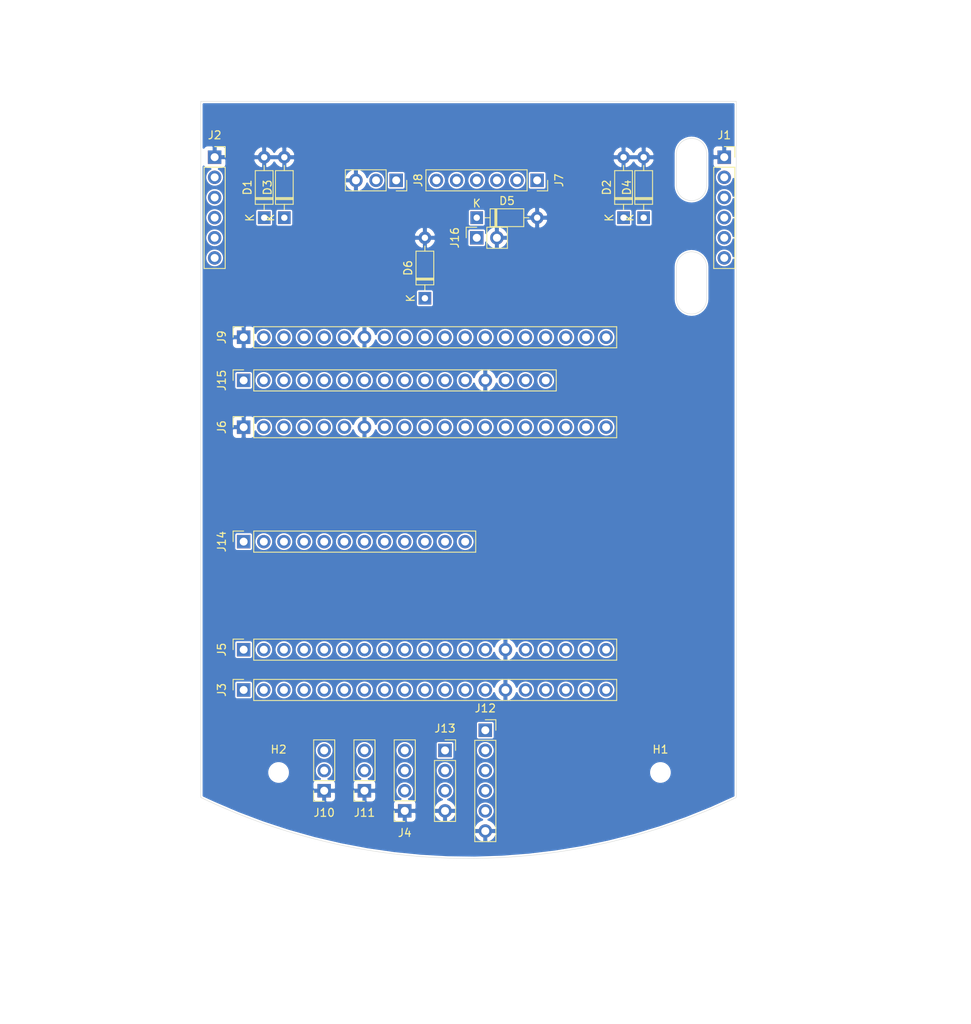
<source format=kicad_pcb>
(kicad_pcb (version 20171130) (host pcbnew "(5.1.2)-2")
  (layers (0 F.Cu signal) (31 B.Cu signal) (34 B.Paste user hide) (35 F.Paste user hide) (36 B.SilkS user hide) (37 F.SilkS user hide) (38 B.Mask user hide) (39 F.Mask user hide) (44 Edge.Cuts user))
  (net 0 "")
  (net 1 GND)
  (net 2 GPIO17)
  (net 3 GPIO19)
  (net 4 GPIO16)
  (net 5 GPIO18)
  (net 6 "Net-(J1-Pad4)")
  (net 7 "Net-(J1-Pad5)")
  (net 8 "Net-(J1-Pad6)")
  (net 9 "Net-(J2-Pad6)")
  (net 10 "Net-(J2-Pad5)")
  (net 11 "Net-(J2-Pad4)")
  (net 12 GPIO36)
  (net 13 GPIO39)
  (net 14 GPIO34)
  (net 15 GPIO35)
  (net 16 GPIO32)
  (net 17 GPIO33)
  (net 18 GPIO25)
  (net 19 GPIO26)
  (net 20 GPIO27)
  (net 21 GPIO14)
  (net 22 GPIO12)
  (net 23 GPIO13)
  (net 24 +5V)
  (net 25 GPIO23)
  (net 26 GPIO22)
  (net 27 GPIO1)
  (net 28 GPIO3)
  (net 29 GPIO21)
  (net 30 GPIO5)
  (net 31 GPIO4)
  (net 32 GPIO2)
  (net 33 GPIO15)
  (net 34 +3V3)
  (net 35 "Net-(J14-Pad11)")
  (net 36 "Net-(J14-Pad12)")
  (net 37 "Net-(J15-Pad14)")
  (net 38 "Net-(J15-Pad16)")
  (net 39 "Net-(J8-Pad2)")
  (net 40 GPIO11)
  (net 41 GPIO10)
  (net 42 GPIO9)
  (net 43 EN)
  (net 44 GPIO0)
  (net 45 GPIO8)
  (net 46 GPIO7)
  (net 47 GPIO6)
  (module Connector_PinSocket_2.54mm:PinSocket_1x06_P2.54mm_Vertical (layer F.Cu) (at 173.905 55.0244)
    (fp_text reference J1 (at 0 -2.77) (layer F.SilkS))
    (fp_text value ROMI-Encoder)
    (fp_line (start -1.33 1.27) (end 1.33 1.27) (layer F.SilkS) (width 0.12))
    (fp_line (start -1.33 1.27) (end -1.33 14.03) (layer F.SilkS) (width 0.12))
    (fp_line (start -1.33 14.03) (end 1.33 14.03) (layer F.SilkS) (width 0.12))
    (fp_line (start 1.33 1.27) (end 1.33 14.03) (layer F.SilkS) (width 0.12))
    (fp_line (start 1.33 -1.33) (end 1.33 0) (layer F.SilkS) (width 0.12))
    (fp_line (start 0 -1.33) (end 1.33 -1.33) (layer F.SilkS) (width 0.12))
    (pad 1 thru_hole rect (at 0 0) (size 1.7 1.7) (drill 1) (layers *.Cu *.Mask) (net 1 GND))
    (pad 2 thru_hole oval (at 0 2.54) (size 1.7 1.7) (drill 1) (layers *.Cu *.Mask) (net 20 GPIO27))
    (pad 3 thru_hole oval (at 0 5.08) (size 1.7 1.7) (drill 1) (layers *.Cu *.Mask) (net 19 GPIO26))
    (pad 4 thru_hole oval (at 0 7.62) (size 1.7 1.7) (drill 1) (layers *.Cu *.Mask) (net 6 "Net-(J1-Pad4)"))
    (pad 5 thru_hole oval (at 0 10.16) (size 1.7 1.7) (drill 1) (layers *.Cu *.Mask) (net 7 "Net-(J1-Pad5)"))
    (pad 6 thru_hole oval (at 0 12.7) (size 1.7 1.7) (drill 1) (layers *.Cu *.Mask) (net 8 "Net-(J1-Pad6)"))
  )
  (module Connector_PinSocket_2.54mm:PinSocket_1x06_P2.54mm_Vertical (layer F.Cu) (at 109.625 55.0244)
    (fp_text reference J2 (at 0 -2.77) (layer F.SilkS))
    (fp_text value ROMI-Encoder)
    (fp_line (start 0 -1.33) (end 1.33 -1.33) (layer F.SilkS) (width 0.12))
    (fp_line (start 1.33 -1.33) (end 1.33 0) (layer F.SilkS) (width 0.12))
    (fp_line (start 1.33 1.27) (end 1.33 14.03) (layer F.SilkS) (width 0.12))
    (fp_line (start -1.33 14.03) (end 1.33 14.03) (layer F.SilkS) (width 0.12))
    (fp_line (start -1.33 1.27) (end -1.33 14.03) (layer F.SilkS) (width 0.12))
    (fp_line (start -1.33 1.27) (end 1.33 1.27) (layer F.SilkS) (width 0.12))
    (pad 6 thru_hole oval (at 0 12.7) (size 1.7 1.7) (drill 1) (layers *.Cu *.Mask) (net 9 "Net-(J2-Pad6)"))
    (pad 5 thru_hole oval (at 0 10.16) (size 1.7 1.7) (drill 1) (layers *.Cu *.Mask) (net 10 "Net-(J2-Pad5)"))
    (pad 4 thru_hole oval (at 0 7.62) (size 1.7 1.7) (drill 1) (layers *.Cu *.Mask) (net 11 "Net-(J2-Pad4)"))
    (pad 3 thru_hole oval (at 0 5.08) (size 1.7 1.7) (drill 1) (layers *.Cu *.Mask) (net 4 GPIO16))
    (pad 2 thru_hole oval (at 0 2.54) (size 1.7 1.7) (drill 1) (layers *.Cu *.Mask) (net 2 GPIO17))
    (pad 1 thru_hole rect (at 0 0) (size 1.7 1.7) (drill 1) (layers *.Cu *.Mask) (net 1 GND))
  )
  (module Connector_PinSocket_2.54mm:PinSocket_1x04_P2.54mm_Vertical (layer F.Cu) (at 133.604 137.414 180)
    (fp_text reference J4 (at 0 -2.77) (layer F.SilkS))
    (fp_text value ServoAnalog)
    (fp_line (start -1.33 1.27) (end 1.33 1.27) (layer F.SilkS) (width 0.12))
    (fp_line (start -1.33 1.27) (end -1.33 8.95) (layer F.SilkS) (width 0.12))
    (fp_line (start -1.33 8.95) (end 1.33 8.95) (layer F.SilkS) (width 0.12))
    (fp_line (start 1.33 1.27) (end 1.33 8.95) (layer F.SilkS) (width 0.12))
    (fp_line (start 1.33 -1.33) (end 1.33 0) (layer F.SilkS) (width 0.12))
    (fp_line (start 0 -1.33) (end 1.33 -1.33) (layer F.SilkS) (width 0.12))
    (pad 1 thru_hole rect (at 0 0 180) (size 1.7 1.7) (drill 1) (layers *.Cu *.Mask) (net 1 GND))
    (pad 2 thru_hole oval (at 0 2.54 180) (size 1.7 1.7) (drill 1) (layers *.Cu *.Mask) (net 24 +5V))
    (pad 3 thru_hole oval (at 0 5.08 180) (size 1.7 1.7) (drill 1) (layers *.Cu *.Mask) (net 17 GPIO33))
    (pad 4 thru_hole oval (at 0 7.62 180) (size 1.7 1.7) (drill 1) (layers *.Cu *.Mask) (net 14 GPIO34))
  )
  (module Connector_PinSocket_2.54mm:PinSocket_1x06_P2.54mm_Vertical (layer F.Cu) (at 150.305 57.9444 270)
    (fp_text reference J7 (at 0 -2.77 90) (layer F.SilkS))
    (fp_text value ROMI)
    (fp_line (start -1.33 1.27) (end 1.33 1.27) (layer F.SilkS) (width 0.12))
    (fp_line (start -1.33 1.27) (end -1.33 14.03) (layer F.SilkS) (width 0.12))
    (fp_line (start -1.33 14.03) (end 1.33 14.03) (layer F.SilkS) (width 0.12))
    (fp_line (start 1.33 1.27) (end 1.33 14.03) (layer F.SilkS) (width 0.12))
    (fp_line (start 1.33 -1.33) (end 1.33 0) (layer F.SilkS) (width 0.12))
    (fp_line (start 0 -1.33) (end 1.33 -1.33) (layer F.SilkS) (width 0.12))
    (pad 1 thru_hole rect (at 0 0 270) (size 1.7 1.7) (drill 1) (layers *.Cu *.Mask) (net 33 GPIO15))
    (pad 2 thru_hole oval (at 0 2.54 270) (size 1.7 1.7) (drill 1) (layers *.Cu *.Mask) (net 18 GPIO25))
    (pad 3 thru_hole oval (at 0 5.08 270) (size 1.7 1.7) (drill 1) (layers *.Cu *.Mask) (net 22 GPIO12))
    (pad 4 thru_hole oval (at 0 7.62 270) (size 1.7 1.7) (drill 1) (layers *.Cu *.Mask) (net 33 GPIO15))
    (pad 5 thru_hole oval (at 0 10.16 270) (size 1.7 1.7) (drill 1) (layers *.Cu *.Mask) (net 31 GPIO4))
    (pad 6 thru_hole oval (at 0 12.7 270) (size 1.7 1.7) (drill 1) (layers *.Cu *.Mask) (net 23 GPIO13))
  )
  (module Connector_PinSocket_2.54mm:PinSocket_1x03_P2.54mm_Vertical (layer F.Cu) (at 132.525 57.9444 270)
    (fp_text reference J8 (at 0 -2.77 90) (layer F.SilkS))
    (fp_text value ROMI)
    (fp_line (start -1.33 1.27) (end 1.33 1.27) (layer F.SilkS) (width 0.12))
    (fp_line (start -1.33 1.27) (end -1.33 6.41) (layer F.SilkS) (width 0.12))
    (fp_line (start -1.33 6.41) (end 1.33 6.41) (layer F.SilkS) (width 0.12))
    (fp_line (start 1.33 1.27) (end 1.33 6.41) (layer F.SilkS) (width 0.12))
    (fp_line (start 1.33 -1.33) (end 1.33 0) (layer F.SilkS) (width 0.12))
    (fp_line (start 0 -1.33) (end 1.33 -1.33) (layer F.SilkS) (width 0.12))
    (pad 1 thru_hole rect (at 0 0 270) (size 1.7 1.7) (drill 1) (layers *.Cu *.Mask) (net 24 +5V))
    (pad 2 thru_hole oval (at 0 2.54 270) (size 1.7 1.7) (drill 1) (layers *.Cu *.Mask) (net 39 "Net-(J8-Pad2)"))
    (pad 3 thru_hole oval (at 0 5.08 270) (size 1.7 1.7) (drill 1) (layers *.Cu *.Mask) (net 1 GND))
  )
  (module Connector_PinSocket_2.54mm:PinSocket_1x03_P2.54mm_Vertical (layer F.Cu) (at 123.444 134.874 180)
    (fp_text reference J10 (at 0 -2.77) (layer F.SilkS))
    (fp_text value LineSensor)
    (fp_line (start 0 -1.33) (end 1.33 -1.33) (layer F.SilkS) (width 0.12))
    (fp_line (start 1.33 -1.33) (end 1.33 0) (layer F.SilkS) (width 0.12))
    (fp_line (start 1.33 1.27) (end 1.33 6.41) (layer F.SilkS) (width 0.12))
    (fp_line (start -1.33 6.41) (end 1.33 6.41) (layer F.SilkS) (width 0.12))
    (fp_line (start -1.33 1.27) (end -1.33 6.41) (layer F.SilkS) (width 0.12))
    (fp_line (start -1.33 1.27) (end 1.33 1.27) (layer F.SilkS) (width 0.12))
    (pad 3 thru_hole oval (at 0 5.08 180) (size 1.7 1.7) (drill 1) (layers *.Cu *.Mask) (net 34 +3V3))
    (pad 2 thru_hole oval (at 0 2.54 180) (size 1.7 1.7) (drill 1) (layers *.Cu *.Mask) (net 12 GPIO36))
    (pad 1 thru_hole rect (at 0 0 180) (size 1.7 1.7) (drill 1) (layers *.Cu *.Mask) (net 1 GND))
  )
  (module Connector_PinSocket_2.54mm:PinSocket_1x03_P2.54mm_Vertical (layer F.Cu) (at 128.524 134.874 180)
    (fp_text reference J11 (at 0 -2.77) (layer F.SilkS))
    (fp_text value LineSensor)
    (fp_line (start -1.33 1.27) (end 1.33 1.27) (layer F.SilkS) (width 0.12))
    (fp_line (start -1.33 1.27) (end -1.33 6.41) (layer F.SilkS) (width 0.12))
    (fp_line (start -1.33 6.41) (end 1.33 6.41) (layer F.SilkS) (width 0.12))
    (fp_line (start 1.33 1.27) (end 1.33 6.41) (layer F.SilkS) (width 0.12))
    (fp_line (start 1.33 -1.33) (end 1.33 0) (layer F.SilkS) (width 0.12))
    (fp_line (start 0 -1.33) (end 1.33 -1.33) (layer F.SilkS) (width 0.12))
    (pad 1 thru_hole rect (at 0 0 180) (size 1.7 1.7) (drill 1) (layers *.Cu *.Mask) (net 1 GND))
    (pad 2 thru_hole oval (at 0 2.54 180) (size 1.7 1.7) (drill 1) (layers *.Cu *.Mask) (net 13 GPIO39))
    (pad 3 thru_hole oval (at 0 5.08 180) (size 1.7 1.7) (drill 1) (layers *.Cu *.Mask) (net 34 +3V3))
  )
  (module Connector_PinSocket_2.54mm:PinSocket_1x04_P2.54mm_Vertical (layer F.Cu) (at 138.684 129.794)
    (fp_text reference J13 (at 0 -2.77) (layer F.SilkS))
    (fp_text value Ultrasonic.)
    (fp_line (start -1.33 1.27) (end 1.33 1.27) (layer F.SilkS) (width 0.12))
    (fp_line (start -1.33 1.27) (end -1.33 8.95) (layer F.SilkS) (width 0.12))
    (fp_line (start -1.33 8.95) (end 1.33 8.95) (layer F.SilkS) (width 0.12))
    (fp_line (start 1.33 1.27) (end 1.33 8.95) (layer F.SilkS) (width 0.12))
    (fp_line (start 1.33 -1.33) (end 1.33 0) (layer F.SilkS) (width 0.12))
    (fp_line (start 0 -1.33) (end 1.33 -1.33) (layer F.SilkS) (width 0.12))
    (pad 1 thru_hole rect (at 0 0) (size 1.7 1.7) (drill 1) (layers *.Cu *.Mask) (net 34 +3V3))
    (pad 2 thru_hole oval (at 0 2.54) (size 1.7 1.7) (drill 1) (layers *.Cu *.Mask) (net 16 GPIO32))
    (pad 3 thru_hole oval (at 0 5.08) (size 1.7 1.7) (drill 1) (layers *.Cu *.Mask) (net 21 GPIO14))
    (pad 4 thru_hole oval (at 0 7.62) (size 1.7 1.7) (drill 1) (layers *.Cu *.Mask) (net 1 GND))
  )
  (module Connector_PinSocket_2.54mm:PinSocket_1x12_P2.54mm_Vertical (layer F.Cu) (at 113.284 103.48 90)
    (fp_text reference J14 (at 0 -2.77 90) (layer F.SilkS))
    (fp_text value THING)
    (fp_line (start -1.33 1.27) (end 1.33 1.27) (layer F.SilkS) (width 0.12))
    (fp_line (start -1.33 1.27) (end -1.33 29.27) (layer F.SilkS) (width 0.12))
    (fp_line (start -1.33 29.27) (end 1.33 29.27) (layer F.SilkS) (width 0.12))
    (fp_line (start 1.33 1.27) (end 1.33 29.27) (layer F.SilkS) (width 0.12))
    (fp_line (start 1.33 -1.33) (end 1.33 0) (layer F.SilkS) (width 0.12))
    (fp_line (start 0 -1.33) (end 1.33 -1.33) (layer F.SilkS) (width 0.12))
    (pad 1 thru_hole rect (at 0 0 90) (size 1.7 1.7) (drill 1) (layers *.Cu *.Mask) (net 25 GPIO23))
    (pad 2 thru_hole oval (at 0 2.54 90) (size 1.7 1.7) (drill 1) (layers *.Cu *.Mask) (net 26 GPIO22))
    (pad 3 thru_hole oval (at 0 5.08 90) (size 1.7 1.7) (drill 1) (layers *.Cu *.Mask) (net 21 GPIO14))
    (pad 4 thru_hole oval (at 0 7.62 90) (size 1.7 1.7) (drill 1) (layers *.Cu *.Mask) (net 16 GPIO32))
    (pad 5 thru_hole oval (at 0 10.16 90) (size 1.7 1.7) (drill 1) (layers *.Cu *.Mask) (net 33 GPIO15))
    (pad 6 thru_hole oval (at 0 12.7 90) (size 1.7 1.7) (drill 1) (layers *.Cu *.Mask) (net 17 GPIO33))
    (pad 7 thru_hole oval (at 0 15.24 90) (size 1.7 1.7) (drill 1) (layers *.Cu *.Mask) (net 20 GPIO27))
    (pad 8 thru_hole oval (at 0 17.78 90) (size 1.7 1.7) (drill 1) (layers *.Cu *.Mask) (net 22 GPIO12))
    (pad 9 thru_hole oval (at 0 20.32 90) (size 1.7 1.7) (drill 1) (layers *.Cu *.Mask) (net 23 GPIO13))
    (pad 10 thru_hole oval (at 0 22.86 90) (size 1.7 1.7) (drill 1) (layers *.Cu *.Mask) (net 24 +5V))
    (pad 11 thru_hole oval (at 0 25.4 90) (size 1.7 1.7) (drill 1) (layers *.Cu *.Mask) (net 35 "Net-(J14-Pad11)"))
    (pad 12 thru_hole oval (at 0 27.94 90) (size 1.7 1.7) (drill 1) (layers *.Cu *.Mask) (net 36 "Net-(J14-Pad12)"))
  )
  (module Connector_PinSocket_2.54mm:PinSocket_1x16_P2.54mm_Vertical (layer F.Cu) (at 113.284 83.1605 90)
    (fp_text reference J15 (at 0 -2.77 90) (layer F.SilkS))
    (fp_text value THING)
    (fp_line (start -1.33 1.27) (end 1.33 1.27) (layer F.SilkS) (width 0.12))
    (fp_line (start -1.33 1.27) (end -1.33 39.43) (layer F.SilkS) (width 0.12))
    (fp_line (start -1.33 39.43) (end 1.33 39.43) (layer F.SilkS) (width 0.12))
    (fp_line (start 1.33 1.27) (end 1.33 39.43) (layer F.SilkS) (width 0.12))
    (fp_line (start 1.33 -1.33) (end 1.33 0) (layer F.SilkS) (width 0.12))
    (fp_line (start 0 -1.33) (end 1.33 -1.33) (layer F.SilkS) (width 0.12))
    (pad 1 thru_hole rect (at 0 0 90) (size 1.7 1.7) (drill 1) (layers *.Cu *.Mask) (net 29 GPIO21))
    (pad 2 thru_hole oval (at 0 2.54 90) (size 1.7 1.7) (drill 1) (layers *.Cu *.Mask) (net 2 GPIO17))
    (pad 3 thru_hole oval (at 0 5.08 90) (size 1.7 1.7) (drill 1) (layers *.Cu *.Mask) (net 4 GPIO16))
    (pad 4 thru_hole oval (at 0 7.62 90) (size 1.7 1.7) (drill 1) (layers *.Cu *.Mask) (net 3 GPIO19))
    (pad 5 thru_hole oval (at 0 10.16 90) (size 1.7 1.7) (drill 1) (layers *.Cu *.Mask) (net 5 GPIO18))
    (pad 6 thru_hole oval (at 0 12.7 90) (size 1.7 1.7) (drill 1) (layers *.Cu *.Mask) (net 30 GPIO5))
    (pad 7 thru_hole oval (at 0 15.24 90) (size 1.7 1.7) (drill 1) (layers *.Cu *.Mask) (net 31 GPIO4))
    (pad 8 thru_hole oval (at 0 17.78 90) (size 1.7 1.7) (drill 1) (layers *.Cu *.Mask) (net 12 GPIO36))
    (pad 9 thru_hole oval (at 0 20.32 90) (size 1.7 1.7) (drill 1) (layers *.Cu *.Mask) (net 13 GPIO39))
    (pad 10 thru_hole oval (at 0 22.86 90) (size 1.7 1.7) (drill 1) (layers *.Cu *.Mask) (net 14 GPIO34))
    (pad 11 thru_hole oval (at 0 25.4 90) (size 1.7 1.7) (drill 1) (layers *.Cu *.Mask) (net 18 GPIO25))
    (pad 12 thru_hole oval (at 0 27.94 90) (size 1.7 1.7) (drill 1) (layers *.Cu *.Mask) (net 19 GPIO26))
    (pad 13 thru_hole oval (at 0 30.48 90) (size 1.7 1.7) (drill 1) (layers *.Cu *.Mask) (net 1 GND))
    (pad 14 thru_hole oval (at 0 33.02 90) (size 1.7 1.7) (drill 1) (layers *.Cu *.Mask) (net 37 "Net-(J15-Pad14)"))
    (pad 15 thru_hole oval (at 0 35.56 90) (size 1.7 1.7) (drill 1) (layers *.Cu *.Mask) (net 34 +3V3))
    (pad 16 thru_hole oval (at 0 38.1 90) (size 1.7 1.7) (drill 1) (layers *.Cu *.Mask) (net 38 "Net-(J15-Pad16)"))
  )
  (module Diode_THT:D_DO-35_SOD27_P7.62mm_Horizontal (layer F.Cu) (at 115.874 62.6544 90)
    (fp_text reference D1 (at 3.81 -2.12 90) (layer F.SilkS))
    (fp_text value D_Zener)
    (fp_text user K (at 0 -1.8 90) (layer F.SilkS))
    (fp_line (start 2.29 -1.12) (end 2.29 1.12) (layer F.SilkS) (width 0.12))
    (fp_line (start 2.53 -1.12) (end 2.53 1.12) (layer F.SilkS) (width 0.12))
    (fp_line (start 2.41 -1.12) (end 2.41 1.12) (layer F.SilkS) (width 0.12))
    (fp_line (start 6.58 0) (end 5.93 0) (layer F.SilkS) (width 0.12))
    (fp_line (start 1.04 0) (end 1.69 0) (layer F.SilkS) (width 0.12))
    (fp_line (start 5.93 -1.12) (end 1.69 -1.12) (layer F.SilkS) (width 0.12))
    (fp_line (start 5.93 1.12) (end 5.93 -1.12) (layer F.SilkS) (width 0.12))
    (fp_line (start 1.69 1.12) (end 5.93 1.12) (layer F.SilkS) (width 0.12))
    (fp_line (start 1.69 -1.12) (end 1.69 1.12) (layer F.SilkS) (width 0.12))
    (pad 2 thru_hole oval (at 7.62 0 90) (size 1.6 1.6) (drill 0.8) (layers *.Cu *.Mask) (net 1 GND))
    (pad 1 thru_hole rect (at 0 0 90) (size 1.6 1.6) (drill 0.8) (layers *.Cu *.Mask) (net 2 GPIO17))
  )
  (module Diode_THT:D_DO-35_SOD27_P7.62mm_Horizontal (layer F.Cu) (at 161.2 62.6544 90)
    (fp_text reference D2 (at 3.81 -2.12 90) (layer F.SilkS))
    (fp_text value D_Zener)
    (fp_text user K (at 0 -1.8 90) (layer F.SilkS))
    (fp_line (start 2.29 -1.12) (end 2.29 1.12) (layer F.SilkS) (width 0.12))
    (fp_line (start 2.53 -1.12) (end 2.53 1.12) (layer F.SilkS) (width 0.12))
    (fp_line (start 2.41 -1.12) (end 2.41 1.12) (layer F.SilkS) (width 0.12))
    (fp_line (start 6.58 0) (end 5.93 0) (layer F.SilkS) (width 0.12))
    (fp_line (start 1.04 0) (end 1.69 0) (layer F.SilkS) (width 0.12))
    (fp_line (start 5.93 -1.12) (end 1.69 -1.12) (layer F.SilkS) (width 0.12))
    (fp_line (start 5.93 1.12) (end 5.93 -1.12) (layer F.SilkS) (width 0.12))
    (fp_line (start 1.69 1.12) (end 5.93 1.12) (layer F.SilkS) (width 0.12))
    (fp_line (start 1.69 -1.12) (end 1.69 1.12) (layer F.SilkS) (width 0.12))
    (pad 2 thru_hole oval (at 7.62 0 90) (size 1.6 1.6) (drill 0.8) (layers *.Cu *.Mask) (net 1 GND))
    (pad 1 thru_hole rect (at 0 0 90) (size 1.6 1.6) (drill 0.8) (layers *.Cu *.Mask) (net 20 GPIO27))
  )
  (module Diode_THT:D_DO-35_SOD27_P7.62mm_Horizontal (layer F.Cu) (at 118.414 62.6544 90)
    (fp_text reference D3 (at 3.81 -2.12 90) (layer F.SilkS))
    (fp_text value D_Zener)
    (fp_line (start 1.69 -1.12) (end 1.69 1.12) (layer F.SilkS) (width 0.12))
    (fp_line (start 1.69 1.12) (end 5.93 1.12) (layer F.SilkS) (width 0.12))
    (fp_line (start 5.93 1.12) (end 5.93 -1.12) (layer F.SilkS) (width 0.12))
    (fp_line (start 5.93 -1.12) (end 1.69 -1.12) (layer F.SilkS) (width 0.12))
    (fp_line (start 1.04 0) (end 1.69 0) (layer F.SilkS) (width 0.12))
    (fp_line (start 6.58 0) (end 5.93 0) (layer F.SilkS) (width 0.12))
    (fp_line (start 2.41 -1.12) (end 2.41 1.12) (layer F.SilkS) (width 0.12))
    (fp_line (start 2.53 -1.12) (end 2.53 1.12) (layer F.SilkS) (width 0.12))
    (fp_line (start 2.29 -1.12) (end 2.29 1.12) (layer F.SilkS) (width 0.12))
    (fp_text user K (at 0 -1.8 90) (layer F.SilkS))
    (pad 1 thru_hole rect (at 0 0 90) (size 1.6 1.6) (drill 0.8) (layers *.Cu *.Mask) (net 4 GPIO16))
    (pad 2 thru_hole oval (at 7.62 0 90) (size 1.6 1.6) (drill 0.8) (layers *.Cu *.Mask) (net 1 GND))
  )
  (module Diode_THT:D_DO-35_SOD27_P7.62mm_Horizontal (layer F.Cu) (at 163.74 62.6544 90)
    (fp_text reference D4 (at 3.81 -2.12 90) (layer F.SilkS))
    (fp_text value D_Zener)
    (fp_line (start 1.69 -1.12) (end 1.69 1.12) (layer F.SilkS) (width 0.12))
    (fp_line (start 1.69 1.12) (end 5.93 1.12) (layer F.SilkS) (width 0.12))
    (fp_line (start 5.93 1.12) (end 5.93 -1.12) (layer F.SilkS) (width 0.12))
    (fp_line (start 5.93 -1.12) (end 1.69 -1.12) (layer F.SilkS) (width 0.12))
    (fp_line (start 1.04 0) (end 1.69 0) (layer F.SilkS) (width 0.12))
    (fp_line (start 6.58 0) (end 5.93 0) (layer F.SilkS) (width 0.12))
    (fp_line (start 2.41 -1.12) (end 2.41 1.12) (layer F.SilkS) (width 0.12))
    (fp_line (start 2.53 -1.12) (end 2.53 1.12) (layer F.SilkS) (width 0.12))
    (fp_line (start 2.29 -1.12) (end 2.29 1.12) (layer F.SilkS) (width 0.12))
    (fp_text user K (at 0 -1.8 90) (layer F.SilkS))
    (pad 1 thru_hole rect (at 0 0 90) (size 1.6 1.6) (drill 0.8) (layers *.Cu *.Mask) (net 19 GPIO26))
    (pad 2 thru_hole oval (at 7.62 0 90) (size 1.6 1.6) (drill 0.8) (layers *.Cu *.Mask) (net 1 GND))
  )
  (module Diode_THT:D_DO-35_SOD27_P7.62mm_Horizontal (layer F.Cu) (at 142.685 62.6544)
    (fp_text reference D5 (at 3.81 -2.12) (layer F.SilkS))
    (fp_text value D_Zener)
    (fp_line (start 1.69 -1.12) (end 1.69 1.12) (layer F.SilkS) (width 0.12))
    (fp_line (start 1.69 1.12) (end 5.93 1.12) (layer F.SilkS) (width 0.12))
    (fp_line (start 5.93 1.12) (end 5.93 -1.12) (layer F.SilkS) (width 0.12))
    (fp_line (start 5.93 -1.12) (end 1.69 -1.12) (layer F.SilkS) (width 0.12))
    (fp_line (start 1.04 0) (end 1.69 0) (layer F.SilkS) (width 0.12))
    (fp_line (start 6.58 0) (end 5.93 0) (layer F.SilkS) (width 0.12))
    (fp_line (start 2.41 -1.12) (end 2.41 1.12) (layer F.SilkS) (width 0.12))
    (fp_line (start 2.53 -1.12) (end 2.53 1.12) (layer F.SilkS) (width 0.12))
    (fp_line (start 2.29 -1.12) (end 2.29 1.12) (layer F.SilkS) (width 0.12))
    (fp_text user K (at 0 -1.8) (layer F.SilkS))
    (pad 1 thru_hole rect (at 0 0) (size 1.6 1.6) (drill 0.8) (layers *.Cu *.Mask) (net 33 GPIO15))
    (pad 2 thru_hole oval (at 7.62 0) (size 1.6 1.6) (drill 0.8) (layers *.Cu *.Mask) (net 1 GND))
  )
  (module Connector_PinSocket_2.54mm:PinSocket_1x06_P2.54mm_Vertical (layer F.Cu) (at 143.764 127.254)
    (fp_text reference J12 (at 0 -2.77) (layer F.SilkS))
    (fp_text value SPI)
    (fp_line (start -1.33 1.27) (end 1.33 1.27) (layer F.SilkS) (width 0.12))
    (fp_line (start -1.33 1.27) (end -1.33 14.03) (layer F.SilkS) (width 0.12))
    (fp_line (start -1.33 14.03) (end 1.33 14.03) (layer F.SilkS) (width 0.12))
    (fp_line (start 1.33 1.27) (end 1.33 14.03) (layer F.SilkS) (width 0.12))
    (fp_line (start 1.33 -1.33) (end 1.33 0) (layer F.SilkS) (width 0.12))
    (fp_line (start 0 -1.33) (end 1.33 -1.33) (layer F.SilkS) (width 0.12))
    (pad 1 thru_hole rect (at 0 0) (size 1.7 1.7) (drill 1) (layers *.Cu *.Mask) (net 34 +3V3))
    (pad 2 thru_hole oval (at 0 2.54) (size 1.7 1.7) (drill 1) (layers *.Cu *.Mask) (net 25 GPIO23))
    (pad 3 thru_hole oval (at 0 5.08) (size 1.7 1.7) (drill 1) (layers *.Cu *.Mask) (net 3 GPIO19))
    (pad 4 thru_hole oval (at 0 7.62) (size 1.7 1.7) (drill 1) (layers *.Cu *.Mask) (net 5 GPIO18))
    (pad 5 thru_hole oval (at 0 10.16) (size 1.7 1.7) (drill 1) (layers *.Cu *.Mask) (net 33 GPIO15))
    (pad 6 thru_hole oval (at 0 12.7) (size 1.7 1.7) (drill 1) (layers *.Cu *.Mask) (net 1 GND))
  )
  (module MountingHole:MountingHole_2.2mm_M2_DIN965 (layer F.Cu) (at 165.855 132.573)
    (fp_text reference H1 (at 0 -2.9) (layer F.SilkS))
    (fp_text value MountingHole)
    (pad 1 np_thru_hole circle (at 0 0) (size 2.2 2.2) (drill 2.2) (layers *.Cu *.Mask))
  )
  (module MountingHole:MountingHole_2.2mm_M2_DIN965 (layer F.Cu) (at 117.692 132.573)
    (fp_text reference H2 (at 0 -2.9) (layer F.SilkS))
    (fp_text value MountingHole)
    (pad 1 np_thru_hole circle (at 0 0) (size 2.2 2.2) (drill 2.2) (layers *.Cu *.Mask))
  )
  (module Connector_PinSocket_2.54mm:PinSocket_1x19_P2.54mm_Vertical (layer F.Cu) (at 113.284 122.174 90)
    (fp_text reference J3 (at 0 -2.77 90) (layer F.SilkS))
    (fp_text value Conn_01x19_Female)
    (fp_line (start 0 -1.33) (end 1.33 -1.33) (layer F.SilkS) (width 0.12))
    (fp_line (start 1.33 -1.33) (end 1.33 0) (layer F.SilkS) (width 0.12))
    (fp_line (start 1.33 1.27) (end 1.33 47.05) (layer F.SilkS) (width 0.12))
    (fp_line (start -1.33 47.05) (end 1.33 47.05) (layer F.SilkS) (width 0.12))
    (fp_line (start -1.33 1.27) (end -1.33 47.05) (layer F.SilkS) (width 0.12))
    (fp_line (start -1.33 1.27) (end 1.33 1.27) (layer F.SilkS) (width 0.12))
    (pad 19 thru_hole oval (at 0 45.72 90) (size 1.7 1.7) (drill 1) (layers *.Cu *.Mask) (net 24 +5V))
    (pad 18 thru_hole oval (at 0 43.18 90) (size 1.7 1.7) (drill 1) (layers *.Cu *.Mask) (net 40 GPIO11))
    (pad 17 thru_hole oval (at 0 40.64 90) (size 1.7 1.7) (drill 1) (layers *.Cu *.Mask) (net 41 GPIO10))
    (pad 16 thru_hole oval (at 0 38.1 90) (size 1.7 1.7) (drill 1) (layers *.Cu *.Mask) (net 42 GPIO9))
    (pad 15 thru_hole oval (at 0 35.56 90) (size 1.7 1.7) (drill 1) (layers *.Cu *.Mask) (net 23 GPIO13))
    (pad 14 thru_hole oval (at 0 33.02 90) (size 1.7 1.7) (drill 1) (layers *.Cu *.Mask) (net 1 GND))
    (pad 13 thru_hole oval (at 0 30.48 90) (size 1.7 1.7) (drill 1) (layers *.Cu *.Mask) (net 22 GPIO12))
    (pad 12 thru_hole oval (at 0 27.94 90) (size 1.7 1.7) (drill 1) (layers *.Cu *.Mask) (net 21 GPIO14))
    (pad 11 thru_hole oval (at 0 25.4 90) (size 1.7 1.7) (drill 1) (layers *.Cu *.Mask) (net 20 GPIO27))
    (pad 10 thru_hole oval (at 0 22.86 90) (size 1.7 1.7) (drill 1) (layers *.Cu *.Mask) (net 19 GPIO26))
    (pad 9 thru_hole oval (at 0 20.32 90) (size 1.7 1.7) (drill 1) (layers *.Cu *.Mask) (net 18 GPIO25))
    (pad 8 thru_hole oval (at 0 17.78 90) (size 1.7 1.7) (drill 1) (layers *.Cu *.Mask) (net 17 GPIO33))
    (pad 7 thru_hole oval (at 0 15.24 90) (size 1.7 1.7) (drill 1) (layers *.Cu *.Mask) (net 16 GPIO32))
    (pad 6 thru_hole oval (at 0 12.7 90) (size 1.7 1.7) (drill 1) (layers *.Cu *.Mask) (net 15 GPIO35))
    (pad 5 thru_hole oval (at 0 10.16 90) (size 1.7 1.7) (drill 1) (layers *.Cu *.Mask) (net 14 GPIO34))
    (pad 4 thru_hole oval (at 0 7.62 90) (size 1.7 1.7) (drill 1) (layers *.Cu *.Mask) (net 13 GPIO39))
    (pad 3 thru_hole oval (at 0 5.08 90) (size 1.7 1.7) (drill 1) (layers *.Cu *.Mask) (net 12 GPIO36))
    (pad 2 thru_hole oval (at 0 2.54 90) (size 1.7 1.7) (drill 1) (layers *.Cu *.Mask) (net 43 EN))
    (pad 1 thru_hole rect (at 0 0 90) (size 1.7 1.7) (drill 1) (layers *.Cu *.Mask) (net 34 +3V3))
  )
  (module Connector_PinSocket_2.54mm:PinSocket_1x19_P2.54mm_Vertical (layer F.Cu) (at 113.284 117.094 90)
    (fp_text reference J5 (at 0 -2.77 90) (layer F.SilkS))
    (fp_text value Conn_01x19_Female)
    (fp_line (start 0 -1.33) (end 1.33 -1.33) (layer F.SilkS) (width 0.12))
    (fp_line (start 1.33 -1.33) (end 1.33 0) (layer F.SilkS) (width 0.12))
    (fp_line (start 1.33 1.27) (end 1.33 47.05) (layer F.SilkS) (width 0.12))
    (fp_line (start -1.33 47.05) (end 1.33 47.05) (layer F.SilkS) (width 0.12))
    (fp_line (start -1.33 1.27) (end -1.33 47.05) (layer F.SilkS) (width 0.12))
    (fp_line (start -1.33 1.27) (end 1.33 1.27) (layer F.SilkS) (width 0.12))
    (pad 19 thru_hole oval (at 0 45.72 90) (size 1.7 1.7) (drill 1) (layers *.Cu *.Mask) (net 24 +5V))
    (pad 18 thru_hole oval (at 0 43.18 90) (size 1.7 1.7) (drill 1) (layers *.Cu *.Mask) (net 40 GPIO11))
    (pad 17 thru_hole oval (at 0 40.64 90) (size 1.7 1.7) (drill 1) (layers *.Cu *.Mask) (net 41 GPIO10))
    (pad 16 thru_hole oval (at 0 38.1 90) (size 1.7 1.7) (drill 1) (layers *.Cu *.Mask) (net 42 GPIO9))
    (pad 15 thru_hole oval (at 0 35.56 90) (size 1.7 1.7) (drill 1) (layers *.Cu *.Mask) (net 23 GPIO13))
    (pad 14 thru_hole oval (at 0 33.02 90) (size 1.7 1.7) (drill 1) (layers *.Cu *.Mask) (net 1 GND))
    (pad 13 thru_hole oval (at 0 30.48 90) (size 1.7 1.7) (drill 1) (layers *.Cu *.Mask) (net 22 GPIO12))
    (pad 12 thru_hole oval (at 0 27.94 90) (size 1.7 1.7) (drill 1) (layers *.Cu *.Mask) (net 21 GPIO14))
    (pad 11 thru_hole oval (at 0 25.4 90) (size 1.7 1.7) (drill 1) (layers *.Cu *.Mask) (net 20 GPIO27))
    (pad 10 thru_hole oval (at 0 22.86 90) (size 1.7 1.7) (drill 1) (layers *.Cu *.Mask) (net 19 GPIO26))
    (pad 9 thru_hole oval (at 0 20.32 90) (size 1.7 1.7) (drill 1) (layers *.Cu *.Mask) (net 18 GPIO25))
    (pad 8 thru_hole oval (at 0 17.78 90) (size 1.7 1.7) (drill 1) (layers *.Cu *.Mask) (net 17 GPIO33))
    (pad 7 thru_hole oval (at 0 15.24 90) (size 1.7 1.7) (drill 1) (layers *.Cu *.Mask) (net 16 GPIO32))
    (pad 6 thru_hole oval (at 0 12.7 90) (size 1.7 1.7) (drill 1) (layers *.Cu *.Mask) (net 15 GPIO35))
    (pad 5 thru_hole oval (at 0 10.16 90) (size 1.7 1.7) (drill 1) (layers *.Cu *.Mask) (net 14 GPIO34))
    (pad 4 thru_hole oval (at 0 7.62 90) (size 1.7 1.7) (drill 1) (layers *.Cu *.Mask) (net 13 GPIO39))
    (pad 3 thru_hole oval (at 0 5.08 90) (size 1.7 1.7) (drill 1) (layers *.Cu *.Mask) (net 12 GPIO36))
    (pad 2 thru_hole oval (at 0 2.54 90) (size 1.7 1.7) (drill 1) (layers *.Cu *.Mask) (net 43 EN))
    (pad 1 thru_hole rect (at 0 0 90) (size 1.7 1.7) (drill 1) (layers *.Cu *.Mask) (net 34 +3V3))
  )
  (module Connector_PinSocket_2.54mm:PinSocket_1x19_P2.54mm_Vertical (layer F.Cu) (at 113.284 89.0524 90)
    (fp_text reference J6 (at 0 -2.77 90) (layer F.SilkS))
    (fp_text value Conn_01x19_Female)
    (fp_line (start -1.33 1.27) (end 1.33 1.27) (layer F.SilkS) (width 0.12))
    (fp_line (start -1.33 1.27) (end -1.33 47.05) (layer F.SilkS) (width 0.12))
    (fp_line (start -1.33 47.05) (end 1.33 47.05) (layer F.SilkS) (width 0.12))
    (fp_line (start 1.33 1.27) (end 1.33 47.05) (layer F.SilkS) (width 0.12))
    (fp_line (start 1.33 -1.33) (end 1.33 0) (layer F.SilkS) (width 0.12))
    (fp_line (start 0 -1.33) (end 1.33 -1.33) (layer F.SilkS) (width 0.12))
    (pad 1 thru_hole rect (at 0 0 90) (size 1.7 1.7) (drill 1) (layers *.Cu *.Mask) (net 1 GND))
    (pad 2 thru_hole oval (at 0 2.54 90) (size 1.7 1.7) (drill 1) (layers *.Cu *.Mask) (net 25 GPIO23))
    (pad 3 thru_hole oval (at 0 5.08 90) (size 1.7 1.7) (drill 1) (layers *.Cu *.Mask) (net 26 GPIO22))
    (pad 4 thru_hole oval (at 0 7.62 90) (size 1.7 1.7) (drill 1) (layers *.Cu *.Mask) (net 27 GPIO1))
    (pad 5 thru_hole oval (at 0 10.16 90) (size 1.7 1.7) (drill 1) (layers *.Cu *.Mask) (net 28 GPIO3))
    (pad 6 thru_hole oval (at 0 12.7 90) (size 1.7 1.7) (drill 1) (layers *.Cu *.Mask) (net 29 GPIO21))
    (pad 7 thru_hole oval (at 0 15.24 90) (size 1.7 1.7) (drill 1) (layers *.Cu *.Mask) (net 1 GND))
    (pad 8 thru_hole oval (at 0 17.78 90) (size 1.7 1.7) (drill 1) (layers *.Cu *.Mask) (net 3 GPIO19))
    (pad 9 thru_hole oval (at 0 20.32 90) (size 1.7 1.7) (drill 1) (layers *.Cu *.Mask) (net 5 GPIO18))
    (pad 10 thru_hole oval (at 0 22.86 90) (size 1.7 1.7) (drill 1) (layers *.Cu *.Mask) (net 30 GPIO5))
    (pad 11 thru_hole oval (at 0 25.4 90) (size 1.7 1.7) (drill 1) (layers *.Cu *.Mask) (net 2 GPIO17))
    (pad 12 thru_hole oval (at 0 27.94 90) (size 1.7 1.7) (drill 1) (layers *.Cu *.Mask) (net 4 GPIO16))
    (pad 13 thru_hole oval (at 0 30.48 90) (size 1.7 1.7) (drill 1) (layers *.Cu *.Mask) (net 31 GPIO4))
    (pad 14 thru_hole oval (at 0 33.02 90) (size 1.7 1.7) (drill 1) (layers *.Cu *.Mask) (net 44 GPIO0))
    (pad 15 thru_hole oval (at 0 35.56 90) (size 1.7 1.7) (drill 1) (layers *.Cu *.Mask) (net 32 GPIO2))
    (pad 16 thru_hole oval (at 0 38.1 90) (size 1.7 1.7) (drill 1) (layers *.Cu *.Mask) (net 33 GPIO15))
    (pad 17 thru_hole oval (at 0 40.64 90) (size 1.7 1.7) (drill 1) (layers *.Cu *.Mask) (net 45 GPIO8))
    (pad 18 thru_hole oval (at 0 43.18 90) (size 1.7 1.7) (drill 1) (layers *.Cu *.Mask) (net 46 GPIO7))
    (pad 19 thru_hole oval (at 0 45.72 90) (size 1.7 1.7) (drill 1) (layers *.Cu *.Mask) (net 47 GPIO6))
  )
  (module Connector_PinSocket_2.54mm:PinSocket_1x19_P2.54mm_Vertical (layer F.Cu) (at 113.284 77.724 90)
    (fp_text reference J9 (at 0 -2.77 90) (layer F.SilkS))
    (fp_text value Conn_01x19_Female)
    (fp_line (start -1.33 1.27) (end 1.33 1.27) (layer F.SilkS) (width 0.12))
    (fp_line (start -1.33 1.27) (end -1.33 47.05) (layer F.SilkS) (width 0.12))
    (fp_line (start -1.33 47.05) (end 1.33 47.05) (layer F.SilkS) (width 0.12))
    (fp_line (start 1.33 1.27) (end 1.33 47.05) (layer F.SilkS) (width 0.12))
    (fp_line (start 1.33 -1.33) (end 1.33 0) (layer F.SilkS) (width 0.12))
    (fp_line (start 0 -1.33) (end 1.33 -1.33) (layer F.SilkS) (width 0.12))
    (pad 1 thru_hole rect (at 0 0 90) (size 1.7 1.7) (drill 1) (layers *.Cu *.Mask) (net 1 GND))
    (pad 2 thru_hole oval (at 0 2.54 90) (size 1.7 1.7) (drill 1) (layers *.Cu *.Mask) (net 25 GPIO23))
    (pad 3 thru_hole oval (at 0 5.08 90) (size 1.7 1.7) (drill 1) (layers *.Cu *.Mask) (net 26 GPIO22))
    (pad 4 thru_hole oval (at 0 7.62 90) (size 1.7 1.7) (drill 1) (layers *.Cu *.Mask) (net 27 GPIO1))
    (pad 5 thru_hole oval (at 0 10.16 90) (size 1.7 1.7) (drill 1) (layers *.Cu *.Mask) (net 28 GPIO3))
    (pad 6 thru_hole oval (at 0 12.7 90) (size 1.7 1.7) (drill 1) (layers *.Cu *.Mask) (net 29 GPIO21))
    (pad 7 thru_hole oval (at 0 15.24 90) (size 1.7 1.7) (drill 1) (layers *.Cu *.Mask) (net 1 GND))
    (pad 8 thru_hole oval (at 0 17.78 90) (size 1.7 1.7) (drill 1) (layers *.Cu *.Mask) (net 3 GPIO19))
    (pad 9 thru_hole oval (at 0 20.32 90) (size 1.7 1.7) (drill 1) (layers *.Cu *.Mask) (net 5 GPIO18))
    (pad 10 thru_hole oval (at 0 22.86 90) (size 1.7 1.7) (drill 1) (layers *.Cu *.Mask) (net 30 GPIO5))
    (pad 11 thru_hole oval (at 0 25.4 90) (size 1.7 1.7) (drill 1) (layers *.Cu *.Mask) (net 2 GPIO17))
    (pad 12 thru_hole oval (at 0 27.94 90) (size 1.7 1.7) (drill 1) (layers *.Cu *.Mask) (net 4 GPIO16))
    (pad 13 thru_hole oval (at 0 30.48 90) (size 1.7 1.7) (drill 1) (layers *.Cu *.Mask) (net 31 GPIO4))
    (pad 14 thru_hole oval (at 0 33.02 90) (size 1.7 1.7) (drill 1) (layers *.Cu *.Mask) (net 44 GPIO0))
    (pad 15 thru_hole oval (at 0 35.56 90) (size 1.7 1.7) (drill 1) (layers *.Cu *.Mask) (net 32 GPIO2))
    (pad 16 thru_hole oval (at 0 38.1 90) (size 1.7 1.7) (drill 1) (layers *.Cu *.Mask) (net 33 GPIO15))
    (pad 17 thru_hole oval (at 0 40.64 90) (size 1.7 1.7) (drill 1) (layers *.Cu *.Mask) (net 45 GPIO8))
    (pad 18 thru_hole oval (at 0 43.18 90) (size 1.7 1.7) (drill 1) (layers *.Cu *.Mask) (net 46 GPIO7))
    (pad 19 thru_hole oval (at 0 45.72 90) (size 1.7 1.7) (drill 1) (layers *.Cu *.Mask) (net 47 GPIO6))
  )
  (module Connector_PinSocket_2.54mm:PinSocket_1x02_P2.54mm_Vertical (layer F.Cu) (at 142.685 65.1844 90)
    (fp_text reference J16 (at 0 -2.77 90) (layer F.SilkS))
    (fp_text value Conn_01x02_Female)
    (fp_line (start -1.33 1.27) (end 1.33 1.27) (layer F.SilkS) (width 0.12))
    (fp_line (start -1.33 1.27) (end -1.33 3.87) (layer F.SilkS) (width 0.12))
    (fp_line (start -1.33 3.87) (end 1.33 3.87) (layer F.SilkS) (width 0.12))
    (fp_line (start 1.33 1.27) (end 1.33 3.87) (layer F.SilkS) (width 0.12))
    (fp_line (start 1.33 -1.33) (end 1.33 0) (layer F.SilkS) (width 0.12))
    (fp_line (start 0 -1.33) (end 1.33 -1.33) (layer F.SilkS) (width 0.12))
    (pad 1 thru_hole rect (at 0 0 90) (size 1.7 1.7) (drill 1) (layers *.Cu *.Mask) (net 33 GPIO15))
    (pad 2 thru_hole oval (at 0 2.54 90) (size 1.7 1.7) (drill 1) (layers *.Cu *.Mask) (net 1 GND))
  )
  (module Diode_THT:D_DO-35_SOD27_P7.62mm_Horizontal (layer F.Cu) (at 136.144 72.8044 90)
    (fp_text reference D6 (at 3.81 -2.12 90) (layer F.SilkS))
    (fp_text value D_Zener)
    (fp_line (start 1.69 -1.12) (end 1.69 1.12) (layer F.SilkS) (width 0.12))
    (fp_line (start 1.69 1.12) (end 5.93 1.12) (layer F.SilkS) (width 0.12))
    (fp_line (start 5.93 1.12) (end 5.93 -1.12) (layer F.SilkS) (width 0.12))
    (fp_line (start 5.93 -1.12) (end 1.69 -1.12) (layer F.SilkS) (width 0.12))
    (fp_line (start 1.04 0) (end 1.69 0) (layer F.SilkS) (width 0.12))
    (fp_line (start 6.58 0) (end 5.93 0) (layer F.SilkS) (width 0.12))
    (fp_line (start 2.41 -1.12) (end 2.41 1.12) (layer F.SilkS) (width 0.12))
    (fp_line (start 2.53 -1.12) (end 2.53 1.12) (layer F.SilkS) (width 0.12))
    (fp_line (start 2.29 -1.12) (end 2.29 1.12) (layer F.SilkS) (width 0.12))
    (fp_text user K (at 0 -1.8 90) (layer F.SilkS))
    (pad 1 thru_hole rect (at 0 0 90) (size 1.6 1.6) (drill 0.8) (layers *.Cu *.Mask) (net 14 GPIO34))
    (pad 2 thru_hole oval (at 7.62 0 90) (size 1.6 1.6) (drill 0.8) (layers *.Cu *.Mask) (net 1 GND))
  )
  (gr_line (start 171.682092 54.560466) (end 171.682092 58.605279) (layer Edge.Cuts) (width 0.05))
  (gr_line (start 107.878075 47.997753) (end 175.425701 47.997753) (layer Edge.Cuts) (width 0.05))
  (gr_line (start 171.682092 68.852374) (end 171.682092 72.897189) (layer Edge.Cuts) (width 0.05))
  (gr_arc (start 169.777092 58.605279) (end 167.872092 58.605279) (angle -180) (layer Edge.Cuts) (width 0.05))
  (gr_arc (start 169.777092 68.852374) (end 171.682092 68.852374) (angle -180) (layer Edge.Cuts) (width 0.05))
  (gr_line (start 175.425701 47.997753) (end 175.425701 135.724057) (layer Edge.Cuts) (width 0.05))
  (gr_line (start 167.872092 58.605279) (end 167.872092 54.560466) (layer Edge.Cuts) (width 0.05))
  (gr_arc (start 169.777092 54.560466) (end 171.682092 54.560466) (angle -180) (layer Edge.Cuts) (width 0.05))
  (gr_arc (start 169.777092 72.897189) (end 167.872092 72.897189) (angle -180) (layer Edge.Cuts) (width 0.05))
  (gr_line (start 107.878075 135.724057) (end 107.878075 47.997753) (layer Edge.Cuts) (width 0.05))
  (gr_line (start 167.872092 72.897189) (end 167.872092 68.852374) (layer Edge.Cuts) (width 0.05))
  (gr_arc (start 141.651889 65.302348) (end 107.878075 135.724057) (angle -51.2) (layer Edge.Cuts) (width 0.05))
  (zone (net 1) (net_name GND) (layer B.Cu) (connect_pads (clearance 0.2032)) (min_thickness 0.254) (fill yes (arc_segments 32) (thermal_gap 0.508) (thermal_bridge_width 0.508))
    (polygon (pts (xy 82.55 35.2171) (xy 205.0415 39.8399) (xy 186.3344 156.7434) (xy 97.1423 164.2745)))
  )
)
</source>
